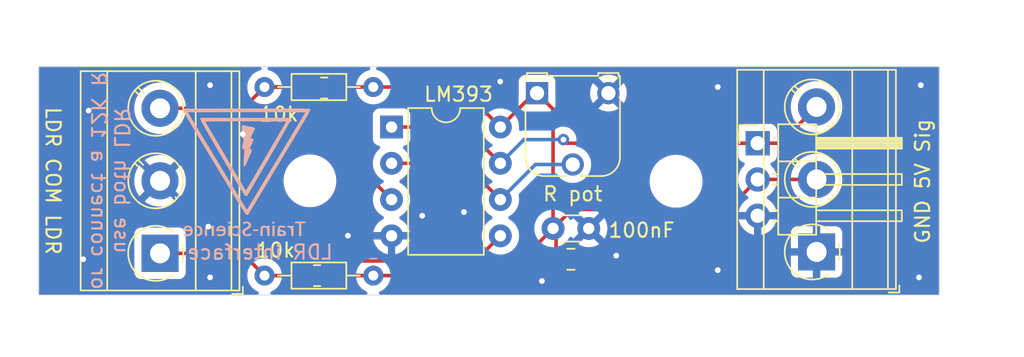
<source format=kicad_pcb>
(kicad_pcb (version 20221018) (generator pcbnew)
  (layers (0 "F.Cu" signal) (31 "B.Cu" signal) (34 "B.Paste" user) (35 "F.Paste" user) (36 "B.SilkS" user "B.Silkscreen") (37 "F.SilkS" user "F.Silkscreen") (38 "B.Mask" user) (39 "F.Mask" user) (44 "Edge.Cuts" user))
  (net 0 "")
  (net 1 "GND")
  (net 2 "+5V")
  (net 3 "Net-(J1101-Pad1)")
  (net 4 "Net-(J1101-Pad3)")
  (net 5 "Net-(J1102-Pad1)")
  (net 6 "Net-(RV1101-Pad2)")
  (footprint "MountingHole:MountingHole_3.2mm_M3" (layer "F.Cu") (at 71 81.5)
    (fp_text reference "REF**" hide)
    (fp_text value "MountingHole_3.2mm_M3")
    (pad "" np_thru_hole circle (at 0 0) (size 3.2 3.2) (drill 3.2) (layers "*.Cu" "*.Mask"))
  )
  (footprint "TerminalBlock_MetzConnect:TerminalBlock_MetzConnect_Type073_RT02603HBLU_1x03_P5.08mm_Horizontal" (layer "F.Cu") (at 60.5 86.58 90)
    (fp_text reference "J1101" hide)
    (fp_text value "LDR")
    (fp_line (start -2.84 5.06) (end -2.84 5.8) (stroke (width 0.12)) (layer "F.SilkS"))
    (fp_line (start -2.84 5.8) (end -2.34 5.8) (stroke (width 0.12)) (layer "F.SilkS"))
    (fp_line (start -2.6 -5.56) (end -2.6 5.56) (stroke (width 0.12)) (layer "F.SilkS"))
    (fp_line (start -2.6 -5.56) (end 12.76 -5.56) (stroke (width 0.12)) (layer "F.SilkS"))
    (fp_line (start -2.6 -3.7) (end 12.76 -3.7) (stroke (width 0.12)) (layer "F.SilkS"))
    (fp_line (start -2.6 2.5) (end 12.76 2.5) (stroke (width 0.12)) (layer "F.SilkS"))
    (fp_line (start -2.6 5) (end 12.76 5) (stroke (width 0.12)) (layer "F.SilkS"))
    (fp_line (start -2.6 5.56) (end 12.76 5.56) (stroke (width 0.12)) (layer "F.SilkS"))
    (fp_line (start 1.229 -1.764) (end 1.013 -1.549) (stroke (width 0.12)) (layer "F.SilkS"))
    (fp_line (start 3.724 0.821) (end 3.617 0.928) (stroke (width 0.12)) (layer "F.SilkS"))
    (fp_line (start 3.933 1.083) (end 3.852 1.164) (stroke (width 0.12)) (layer "F.SilkS"))
    (fp_line (start 6.309 -1.764) (end 5.918 -1.374) (stroke (width 0.12)) (layer "F.SilkS"))
    (fp_line (start 6.544 -1.529) (end 6.194 -1.179) (stroke (width 0.12)) (layer "F.SilkS"))
    (fp_line (start 8.804 0.821) (end 8.697 0.928) (stroke (width 0.12)) (layer "F.SilkS"))
    (fp_line (start 9.013 1.083) (end 8.932 1.164) (stroke (width 0.12)) (layer "F.SilkS"))
    (fp_line (start 11.389 -1.764) (end 10.998 -1.374) (stroke (width 0.12)) (layer "F.SilkS"))
    (fp_line (start 11.624 -1.529) (end 11.274 -1.179) (stroke (width 0.12)) (layer "F.SilkS"))
    (fp_line (start 12.76 -5.56) (end 12.76 5.56) (stroke (width 0.12)) (layer "F.SilkS"))
    (fp_arc (start -1.521645 0.888175) (mid -1.930586 -0.300524) (end -1.521 -1.489) (stroke (width 0.12)) (layer "F.SilkS"))
    (fp_arc (start -1.500317 -1.514609) (mid -0.000252 -2.230344) (end 1.5 -1.515) (stroke (width 0.12)) (layer "F.SilkS"))
    (fp_arc (start 0.033269 1.630336) (mid -0.285785 1.609354) (end -0.597 1.536) (stroke (width 0.12)) (layer "F.SilkS"))
    (fp_arc (start 0.596403 1.535539) (mid 0.301919 1.606238) (end 0 1.63) (stroke (width 0.12)) (layer "F.SilkS"))
    (fp_arc (start 1.521645 -1.488175) (mid 1.930586 -0.299476) (end 1.521 0.889) (stroke (width 0.12)) (layer "F.SilkS"))
    (fp_arc (start 5.08 1.63) (mid 5.08 -2.23) (end 5.08 1.63) (stroke (width 0.12)) (layer "F.SilkS"))
    (fp_arc (start 10.16 1.63) (mid 10.16 -2.23) (end 10.16 1.63) (stroke (width 0.12)) (layer "F.SilkS"))
    (pad "1" thru_hole rect (at 0 0 90) (size 2.6 2.6) (drill 1.4) (layers "*.Cu" "*.Mask") (net 3 "Net-(J1101-Pad1)"))
    (pad "2" thru_hole circle (at 5.08 0 90) (size 2.6 2.6) (drill 1.4) (layers "*.Cu" "*.Mask") (net 1 "GND"))
    (pad "3" thru_hole circle (at 10.16 0 90) (size 2.6 2.6) (drill 1.4) (layers "*.Cu" "*.Mask") (net 4 "Net-(J1101-Pad3)"))
  )
  (footprint "Capacitor_THT:C_Disc_D3.0mm_W1.6mm_P2.50mm" (layer "F.Cu") (at 88.031 84.836)
    (fp_text reference "C" hide)
    (fp_text value "100nF" (at 6.203 0.127) (layer "F.SilkS"))
    (fp_line (start 0.621 -0.92) (end 1.879 -0.92) (stroke (width 0.12)) (layer "F.SilkS"))
    (fp_line (start 0.621 0.92) (end 1.879 0.92) (stroke (width 0.12)) (layer "F.SilkS"))
    (pad "1" thru_hole circle (at 0 0) (size 1.6 1.6) (drill 0.8) (layers "*.Cu" "*.Mask") (net 2 "+5V"))
    (pad "2" thru_hole circle (at 2.5 0) (size 1.6 1.6) (drill 0.8) (layers "*.Cu" "*.Mask") (net 1 "GND"))
  )
  (footprint "MountingHole:MountingHole_3.2mm_M3" (layer "F.Cu") (at 96.647 81.534)
    (fp_text reference "REF**" hide)
    (fp_text value "MountingHole_3.2mm_M3")
    (pad "" np_thru_hole circle (at 0 0) (size 3.2 3.2) (drill 3.2) (layers "F&B.Cu" "*.Mask"))
  )
  (footprint "Connector_PinHeader_2.54mm:PinHeader_1x03_P2.54mm_Horizontal" (layer "F.Cu") (at 102.362 78.867)
    (fp_text reference "J1102" hide)
    (fp_text value "ter")
    (fp_line (start -1.27 -1.27) (end 0 -1.27) (stroke (width 0.12)) (layer "F.SilkS"))
    (fp_line (start -1.27 0) (end -1.27 -1.27) (stroke (width 0.12)) (layer "F.SilkS"))
    (fp_line (start 1.042929 2.16) (end 1.44 2.16) (stroke (width 0.12)) (layer "F.SilkS"))
    (fp_line (start 1.042929 2.92) (end 1.44 2.92) (stroke (width 0.12)) (layer "F.SilkS"))
    (fp_line (start 1.042929 4.7) (end 1.44 4.7) (stroke (width 0.12)) (layer "F.SilkS"))
    (fp_line (start 1.042929 5.46) (end 1.44 5.46) (stroke (width 0.12)) (layer "F.SilkS"))
    (fp_line (start 1.11 -0.38) (end 1.44 -0.38) (stroke (width 0.12)) (layer "F.SilkS"))
    (fp_line (start 1.11 0.38) (end 1.44 0.38) (stroke (width 0.12)) (layer "F.SilkS"))
    (fp_line (start 1.44 -1.33) (end 1.44 6.41) (stroke (width 0.12)) (layer "F.SilkS"))
    (fp_line (start 1.44 1.27) (end 4.1 1.27) (stroke (width 0.12)) (layer "F.SilkS"))
    (fp_line (start 1.44 3.81) (end 4.1 3.81) (stroke (width 0.12)) (layer "F.SilkS"))
    (fp_line (start 1.44 6.41) (end 4.1 6.41) (stroke (width 0.12)) (layer "F.SilkS"))
    (fp_line (start 4.1 -1.33) (end 1.44 -1.33) (stroke (width 0.12)) (layer "F.SilkS"))
    (fp_line (start 4.1 -0.38) (end 10.1 -0.38) (stroke (width 0.12)) (layer "F.SilkS"))
    (fp_line (start 4.1 -0.32) (end 10.1 -0.32) (stroke (width 0.12)) (layer "F.SilkS"))
    (fp_line (start 4.1 -0.2) (end 10.1 -0.2) (stroke (width 0.12)) (layer "F.SilkS"))
    (fp_line (start 4.1 -0.08) (end 10.1 -0.08) (stroke (width 0.12)) (layer "F.SilkS"))
    (fp_line (start 4.1 0.04) (end 10.1 0.04) (stroke (width 0.12)) (layer "F.SilkS"))
    (fp_line (start 4.1 0.16) (end 10.1 0.16) (stroke (width 0.12)) (layer "F.SilkS"))
    (fp_line (start 4.1 0.28) (end 10.1 0.28) (stroke (width 0.12)) (layer "F.SilkS"))
    (fp_line (start 4.1 2.16) (end 10.1 2.16) (stroke (width 0.12)) (layer "F.SilkS"))
    (fp_line (start 4.1 4.7) (end 10.1 4.7) (stroke (width 0.12)) (layer "F.SilkS"))
    (fp_line (start 4.1 6.41) (end 4.1 -1.33) (stroke (width 0.12)) (layer "F.SilkS"))
    (fp_line (start 10.1 -0.38) (end 10.1 0.38) (stroke (width 0.12)) (layer "F.SilkS"))
    (fp_line (start 10.1 0.38) (end 4.1 0.38) (stroke (width 0.12)) (layer "F.SilkS"))
    (fp_line (start 10.1 2.16) (end 10.1 2.92) (stroke (width 0.12)) (layer "F.SilkS"))
    (fp_line (start 10.1 2.92) (end 4.1 2.92) (stroke (width 0.12)) (layer "F.SilkS"))
    (fp_line (start 10.1 4.7) (end 10.1 5.46) (stroke (width 0.12)) (layer "F.SilkS"))
    (fp_line (start 10.1 5.46) (end 4.1 5.46) (stroke (width 0.12)) (layer "F.SilkS"))
    (pad "1" thru_hole rect (at 0 0) (size 1.7 1.7) (drill 1) (layers "*.Cu" "*.Mask") (net 5 "Net-(J1102-Pad1)"))
    (pad "2" thru_hole oval (at 0 2.54) (size 1.7 1.7) (drill 1) (layers "*.Cu" "*.Mask") (net 2 "+5V"))
    (pad "3" thru_hole oval (at 0 5.08) (size 1.7 1.7) (drill 1) (layers "*.Cu" "*.Mask") (net 1 "GND"))
  )
  (footprint "Potentiometer_THT:Potentiometer_Runtron_RM-065_Vertical" (layer "F.Cu") (at 86.908 75.357)
    (fp_text reference "R pot" (at 2.5 7.066) (layer "F.SilkS"))
    (fp_text value "REF")
    (fp_line (start -0.81 -1.21) (end -0.81 -0.96) (stroke (width 0.12)) (layer "F.SilkS"))
    (fp_line (start -0.81 4.5) (end -0.81 0.96) (stroke (width 0.12)) (layer "F.SilkS"))
    (fp_line (start -0.71 -1.41) (end -0.71 -1.21) (stroke (width 0.12)) (layer "F.SilkS"))
    (fp_line (start -0.71 -1.41) (end 0.71 -1.41) (stroke (width 0.12)) (layer "F.SilkS"))
    (fp_line (start -0.71 -1.21) (end -0.81 -1.21) (stroke (width 0.12)) (layer "F.SilkS"))
    (fp_line (start 0.71 -1.21) (end 0.71 -1.41) (stroke (width 0.12)) (layer "F.SilkS"))
    (fp_line (start 0.71 -1.21) (end 4.29 -1.21) (stroke (width 0.12)) (layer "F.SilkS"))
    (fp_line (start 1.99 5.81) (end 0.5 5.81) (stroke (width 0.12)) (layer "F.SilkS"))
    (fp_line (start 4.29 -1.41) (end 5.71 -1.41) (stroke (width 0.12)) (layer "F.SilkS"))
    (fp_line (start 4.29 -1.21) (end 4.29 -1.41) (stroke (width 0.12)) (layer "F.SilkS"))
    (fp_line (start 4.5 5.81) (end 3.01 5.81) (stroke (width 0.12)) (layer "F.SilkS"))
    (fp_line (start 5.71 -1.41) (end 5.71 -1.21) (stroke (width 0.12)) (layer "F.SilkS"))
    (fp_line (start 5.71 -1.21) (end 5.81 -1.21) (stroke (width 0.12)) (layer "F.SilkS"))
    (fp_line (start 5.81 -1.21) (end 5.81 -0.52) (stroke (width 0.12)) (layer "F.SilkS"))
    (fp_line (start 5.81 0.52) (end 5.81 4.5) (stroke (width 0.12)) (layer "F.SilkS"))
    (fp_arc (start 0.5 5.81) (mid -0.42631 5.42631) (end -0.81 4.5) (stroke (width 0.12)) (layer "F.SilkS"))
    (fp_arc (start 5.81 4.5) (mid 5.42631 5.42631) (end 4.5 5.81) (stroke (width 0.12)) (layer "F.SilkS"))
    (pad "1" thru_hole rect (at 0 0) (size 1.56 1.56) (drill 1) (layers "*.Cu" "*.Mask") (net 2 "+5V"))
    (pad "2" thru_hole circle (at 2.5 5) (size 1.56 1.56) (drill 1) (layers "*.Cu" "*.Mask") (net 6 "Net-(RV1101-Pad2)"))
    (pad "3" thru_hole circle (at 5 0) (size 1.56 1.56) (drill 1) (layers "*.Cu" "*.Mask") (net 1 "GND"))
  )
  (footprint "Resistor_THT:R_Axial_DIN0204_L3.6mm_D1.6mm_P7.62mm_Horizontal" (layer "F.Cu") (at 75.438 88.138 180)
    (fp_text reference "R1101" hide)
    (fp_text value "10k" (at 6.858 1.778) (layer "F.SilkS"))
    (fp_line (start 0.94 0) (end 1.89 0) (stroke (width 0.12)) (layer "F.SilkS"))
    (fp_line (start 1.89 -0.92) (end 1.89 0.92) (stroke (width 0.12)) (layer "F.SilkS"))
    (fp_line (start 1.89 0.92) (end 5.73 0.92) (stroke (width 0.12)) (layer "F.SilkS"))
    (fp_line (start 5.73 -0.92) (end 1.89 -0.92) (stroke (width 0.12)) (layer "F.SilkS"))
    (fp_line (start 5.73 0.92) (end 5.73 -0.92) (stroke (width 0.12)) (layer "F.SilkS"))
    (fp_line (start 6.68 0) (end 5.73 0) (stroke (width 0.12)) (layer "F.SilkS"))
    (pad "1" thru_hole circle (at 0 0 180) (size 1.4 1.4) (drill 0.7) (layers "*.Cu" "*.Mask") (net 2 "+5V"))
    (pad "2" thru_hole oval (at 7.62 0 180) (size 1.4 1.4) (drill 0.7) (layers "*.Cu" "*.Mask") (net 3 "Net-(J1101-Pad1)"))
  )
  (footprint "TerminalBlock_MetzConnect:TerminalBlock_MetzConnect_Type073_RT02603HBLU_1x03_P5.08mm_Horizontal" (layer "F.Cu") (at 106.488 86.483 90)
    (fp_text reference "J1103" hide)
    (fp_text value "ter")
    (fp_line (start -2.84 5.06) (end -2.84 5.8) (stroke (width 0.12)) (layer "F.SilkS"))
    (fp_line (start -2.84 5.8) (end -2.34 5.8) (stroke (width 0.12)) (layer "F.SilkS"))
    (fp_line (start -2.6 -5.56) (end -2.6 5.56) (stroke (width 0.12)) (layer "F.SilkS"))
    (fp_line (start -2.6 -5.56) (end 12.76 -5.56) (stroke (width 0.12)) (layer "F.SilkS"))
    (fp_line (start -2.6 -3.7) (end 12.76 -3.7) (stroke (width 0.12)) (layer "F.SilkS"))
    (fp_line (start -2.6 2.5) (end 12.76 2.5) (stroke (width 0.12)) (layer "F.SilkS"))
    (fp_line (start -2.6 5) (end 12.76 5) (stroke (width 0.12)) (layer "F.SilkS"))
    (fp_line (start -2.6 5.56) (end 12.76 5.56) (stroke (width 0.12)) (layer "F.SilkS"))
    (fp_line (start 1.229 -1.764) (end 1.013 -1.549) (stroke (width 0.12)) (layer "F.SilkS"))
    (fp_line (start 3.724 0.821) (end 3.617 0.928) (stroke (width 0.12)) (layer "F.SilkS"))
    (fp_line (start 3.933 1.083) (end 3.852 1.164) (stroke (width 0.12)) (layer "F.SilkS"))
    (fp_line (start 6.309 -1.764) (end 5.918 -1.374) (stroke (width 0.12)) (layer "F.SilkS"))
    (fp_line (start 6.544 -1.529) (end 6.194 -1.179) (stroke (width 0.12)) (layer "F.SilkS"))
    (fp_line (start 8.804 0.821) (end 8.697 0.928) (stroke (width 0.12)) (layer "F.SilkS"))
    (fp_line (start 9.013 1.083) (end 8.932 1.164) (stroke (width 0.12)) (layer "F.SilkS"))
    (fp_line (start 11.389 -1.764) (end 10.998 -1.374) (stroke (width 0.12)) (layer "F.SilkS"))
    (fp_line (start 11.624 -1.529) (end 11.274 -1.179) (stroke (width 0.12)) (layer "F.SilkS"))
    (fp_line (start 12.76 -5.56) (end 12.76 5.56) (stroke (width 0.12)) (layer "F.SilkS"))
    (fp_arc (start -1.521645 0.888175) (mid -1.930586 -0.300524) (end -1.521 -1.489) (stroke (width 0.12)) (layer "F.SilkS"))
    (fp_arc (start -1.500317 -1.514609) (mid -0.000252 -2.230344) (end 1.5 -1.515) (stroke (width 0.12)) (layer "F.SilkS"))
    (fp_arc (start 0.033269 1.630336) (mid -0.285785 1.609354) (end -0.597 1.536) (stroke (width 0.12)) (layer "F.SilkS"))
    (fp_arc (start 0.596403 1.535539) (mid 0.301919 1.606238) (end 0 1.63) (stroke (width 0.12)) (layer "F.SilkS"))
    (fp_arc (start 1.521645 -1.488175) (mid 1.930586 -0.299476) (end 1.521 0.889) (stroke (width 0.12)) (layer "F.SilkS"))
    (fp_arc (start 5.08 1.63) (mid 5.08 -2.23) (end 5.08 1.63) (stroke (width 0.12)) (layer "F.SilkS"))
    (fp_arc (start 10.16 1.63) (mid 10.16 -2.23) (end 10.16 1.63) (stroke (width 0.12)) (layer "F.SilkS"))
    (pad "1" thru_hole rect (at 0 0 90) (size 2.6 2.6) (drill 1.4) (layers "*.Cu" "*.Mask") (net 1 "GND"))
    (pad "2" thru_hole circle (at 5.08 0 90) (size 2.6 2.6) (drill 1.4) (layers "*.Cu" "*.Mask") (net 2 "+5V"))
    (pad "3" thru_hole circle (at 10.16 0 90) (size 2.6 2.6) (drill 1.4) (layers "*.Cu" "*.Mask") (net 5 "Net-(J1102-Pad1)"))
  )
  (footprint "Resistor_THT:R_Axial_DIN0204_L3.6mm_D1.6mm_P7.62mm_Horizontal" (layer "F.Cu") (at 75.438 74.93 180)
    (fp_text reference "R1102" hide)
    (fp_text value "10k" (at 6.604 -1.905) (layer "F.SilkS"))
    (fp_line (start 0.94 0) (end 1.89 0) (stroke (width 0.12)) (layer "F.SilkS"))
    (fp_line (start 1.89 -0.92) (end 1.89 0.92) (stroke (width 0.12)) (layer "F.SilkS"))
    (fp_line (start 1.89 0.92) (end 5.73 0.92) (stroke (width 0.12)) (layer "F.SilkS"))
    (fp_line (start 5.73 -0.92) (end 1.89 -0.92) (stroke (width 0.12)) (layer "F.SilkS"))
    (fp_line (start 5.73 0.92) (end 5.73 -0.92) (stroke (width 0.12)) (layer "F.SilkS"))
    (fp_line (start 6.68 0) (end 5.73 0) (stroke (width 0.12)) (layer "F.SilkS"))
    (pad "1" thru_hole circle (at 0 0 180) (size 1.4 1.4) (drill 0.7) (layers "*.Cu" "*.Mask") (net 2 "+5V"))
    (pad "2" thru_hole oval (at 7.62 0 180) (size 1.4 1.4) (drill 0.7) (layers "*.Cu" "*.Mask") (net 4 "Net-(J1101-Pad3)"))
  )
  (footprint "Resistor_SMD:R_0805_2012Metric_Pad1.20x1.40mm_HandSolder" (layer "F.Cu") (at 71.501 88.138)
    (fp_text reference "REF**" hide)
    (fp_text value "R_0805_2012Metric_Pad1.20x1.40mm_HandSolder")
    (fp_line (start -0.227064 -0.735) (end 0.227064 -0.735) (stroke (width 0.12)) (layer "F.SilkS"))
    (fp_line (start -0.227064 0.735) (end 0.227064 0.735) (stroke (width 0.12)) (layer "F.SilkS"))
    (pad "1" smd roundrect (at -1 0) (size 1.2 1.4) (layers "F.Cu" "F.Paste" "F.Mask") (roundrect_rratio 0.2083333333) (net 3 "Net-(J1101-Pad1)"))
    (pad "2" smd roundrect (at 1 0) (size 1.2 1.4) (layers "F.Cu" "F.Paste" "F.Mask") (roundrect_rratio 0.2083333333) (net 2 "+5V"))
  )
  (footprint "Package_DIP:DIP-8_W7.62mm" (layer "F.Cu") (at 76.718 77.734)
    (fp_text reference "U1101" hide)
    (fp_text value "LM393" (at 4.689 -2.296 unlocked) (layer "F.SilkS"))
    (fp_line (start 1.16 -1.33) (end 1.16 8.95) (stroke (width 0.12)) (layer "F.SilkS"))
    (fp_line (start 1.16 8.95) (end 6.46 8.95) (stroke (width 0.12)) (layer "F.SilkS"))
    (fp_line (start 2.81 -1.33) (end 1.16 -1.33) (stroke (width 0.12)) (layer "F.SilkS"))
    (fp_line (start 6.46 -1.33) (end 4.81 -1.33) (stroke (width 0.12)) (layer "F.SilkS"))
    (fp_line (start 6.46 8.95) (end 6.46 -1.33) (stroke (width 0.12)) (layer "F.SilkS"))
    (fp_arc (start 4.81 -1.33) (mid 3.81 -0.33) (end 2.81 -1.33) (stroke (width 0.12)) (layer "F.SilkS"))
    (pad "1" thru_hole rect (at 0 0) (size 1.6 1.6) (drill 0.8) (layers "*.Cu" "*.Mask") (net 5 "Net-(J1102-Pad1)"))
    (pad "2" thru_hole oval (at 0 2.54) (size 1.6 1.6) (drill 0.8) (layers "*.Cu" "*.Mask") (net 6 "Net-(RV1101-Pad2)"))
    (pad "3" thru_hole oval (at 0 5.08) (size 1.6 1.6) (drill 0.8) (layers "*.Cu" "*.Mask") (net 4 "Net-(J1101-Pad3)"))
    (pad "4" thru_hole oval (at 0 7.62) (size 1.6 1.6) (drill 0.8) (layers "*.Cu" "*.Mask") (net 1 "GND"))
    (pad "5" thru_hole oval (at 7.62 7.62) (size 1.6 1.6) (drill 0.8) (layers "*.Cu" "*.Mask") (net 3 "Net-(J1101-Pad1)"))
    (pad "6" thru_hole oval (at 7.62 5.08) (size 1.6 1.6) (drill 0.8) (layers "*.Cu" "*.Mask") (net 6 "Net-(RV1101-Pad2)"))
    (pad "7" thru_hole oval (at 7.62 2.54) (size 1.6 1.6) (drill 0.8) (layers "*.Cu" "*.Mask") (net 5 "Net-(J1102-Pad1)"))
    (pad "8" thru_hole oval (at 7.62 0) (size 1.6 1.6) (drill 0.8) (layers "*.Cu" "*.Mask") (net 2 "+5V"))
  )
  (footprint "Capacitor_SMD:C_0805_2012Metric_Pad1.18x1.45mm_HandSolder" (layer "F.Cu") (at 89.281 86.995)
    (fp_text reference "REF**" hide)
    (fp_text value "C_0805_2012Metric_Pad1.18x1.45mm_HandSolder")
    (fp_line (start -0.261252 -0.735) (end 0.261252 -0.735) (stroke (width 0.12)) (layer "F.SilkS"))
    (fp_line (start -0.261252 0.735) (end 0.261252 0.735) (stroke (width 0.12)) (layer "F.SilkS"))
    (pad "1" smd roundrect (at -1.0375 0) (size 1.175 1.45) (layers "F.Cu" "F.Paste" "F.Mask") (roundrect_rratio 0.2127659574) (net 2 "+5V"))
    (pad "2" smd roundrect (at 1.0375 0) (size 1.175 1.45) (layers "F.Cu" "F.Paste" "F.Mask") (roundrect_rratio 0.2127659574) (net 1 "GND"))
  )
  (footprint "Resistor_SMD:R_0805_2012Metric_Pad1.20x1.40mm_HandSolder" (layer "F.Cu") (at 72 75)
    (fp_text reference "REF**" hide)
    (fp_text value "R_0805_2012Metric_Pad1.20x1.40mm_HandSolder")
    (fp_line (start -0.227064 -0.735) (end 0.227064 -0.735) (stroke (width 0.12)) (layer "F.SilkS"))
    (fp_line (start -0.227064 0.735) (end 0.227064 0.735) (stroke (width 0.12)) (layer "F.SilkS"))
    (pad "1" smd roundrect (at -1 0) (size 1.2 1.4) (layers "F.Cu" "F.Paste" "F.Mask") (roundrect_rratio 0.2083333333) (net 4 "Net-(J1101-Pad3)"))
    (pad "2" smd roundrect (at 1 0) (size 1.2 1.4) (layers "F.Cu" "F.Paste" "F.Mask") (roundrect_rratio 0.2083333333) (net 2 "+5V"))
  )
  (footprint "kicad_images:Train-Science logo small" (layer "B.Cu") (at 66.5 81 180)
    (fp_text reference "G***" hide)
    (fp_text value "LOGO" hide)
    (fp_poly (pts (xy -1.867174 -4.3782) (xy -2.028137 -4.3782) (xy -2.028137 -3.637769) (xy -1.867174 -3.637769)) (fill solid) (layer "B.SilkS"))
    (fp_poly (pts (xy 1.223321 -4.3782) (xy 1.062357 -4.3782) (xy 1.062357 -3.637769) (xy 1.223321 -3.637769)) (fill solid) (layer "B.SilkS"))
    (fp_poly (pts (xy -1.879051 -3.365565) (xy -1.85507 -3.397528) (xy -1.848957 -3.467248) (xy -1.897497 -3.5033) (xy -1.951794 -3.508999) (xy -2.01104 -3.497959) (xy -2.024208 -3.453786) (xy -2.022328 -3.436565) (xy -1.991057 -3.378361) (xy -1.934811 -3.352714)) (fill solid) (layer "B.SilkS"))
    (fp_poly (pts (xy 1.211443 -3.365565) (xy 1.235424 -3.397528) (xy 1.241537 -3.467248) (xy 1.192998 -3.5033) (xy 1.1387 -3.508999) (xy 1.079454 -3.497959) (xy 1.066286 -3.453786) (xy 1.068167 -3.436565) (xy 1.099438 -3.378361) (xy 1.155683 -3.352714)) (fill solid) (layer "B.SilkS"))
    (fp_poly (pts (xy -0.612737 -3.9006) (xy -0.533283 -3.922266) (xy -0.490713 -3.961014) (xy -0.488845 -3.967744) (xy -0.490951 -3.998166) (xy -0.520453 -4.01526) (xy -0.590351 -4.022672) (xy -0.689781 -4.024081) (xy -0.808268 -4.020841) (xy -0.874379 -4.009353) (xy -0.899883 -3.986965) (xy -0.901394 -3.976406) (xy -0.873403 -3.933919) (xy -0.802697 -3.906845) (xy -0.709175 -3.895599)) (fill solid) (layer "B.SilkS"))
    (fp_poly (pts (xy -3.669632 -3.34866) (xy -3.559722 -3.351709) (xy -3.492918 -3.358945) (xy -3.458582 -3.372129) (xy -3.446076 -3.393024) (xy -3.444613 -3.412421) (xy -3.454092 -3.452657) (xy -3.493451 -3.471683) (xy -3.579073 -3.476782) (xy -3.58948 -3.476806) (xy -3.734347 -3.476806) (xy -3.734347 -4.3782) (xy -3.89531 -4.3782) (xy -3.89531 -3.480334) (xy -4.047936 -3.470522) (xy -4.148526 -3.457408) (xy -4.198923 -3.431105) (xy -4.21126 -3.404373) (xy -4.210399 -3.380588) (xy -4.190335 -3.364589) (xy -4.140901 -3.354863) (xy -4.051928 -3.349892) (xy -3.91325 -3.348161) (xy -3.833286 -3.348036)) (fill solid) (layer "B.SilkS"))
    (fp_poly (pts (xy -3.20706 -3.649174) (xy -3.187072 -3.671095) (xy -3.167366 -3.687977) (xy -3.124803 -3.671095) (xy -3.032476 -3.639196) (xy -2.952967 -3.641074) (xy -2.904379 -3.674259) (xy -2.897338 -3.702155) (xy -2.912873 -3.749633) (xy -2.970283 -3.766013) (xy -2.992091 -3.76654) (xy -3.08017 -3.784752) (xy -3.139695 -3.843818) (xy -3.1741 -3.950385) (xy -3.18682 -4.1111) (xy -3.187072 -4.143919) (xy -3.188151 -4.264488) (xy -3.194538 -4.33444) (xy -3.210963 -4.367539) (xy -3.242154 -4.377549) (xy -3.267554 -4.3782) (xy -3.348035 -4.3782) (xy -3.348035 -3.637769) (xy -3.267554 -3.637769)) (fill solid) (layer "B.SilkS"))
    (fp_poly (pts (xy 3.456146 -3.654371) (xy 3.543105 -3.697368) (xy 3.592791 -3.756548) (xy 3.594178 -3.814197) (xy 3.572895 -3.852981) (xy 3.542199 -3.843557) (xy 3.513841 -3.819211) (xy 3.424501 -3.7745) (xy 3.322943 -3.773442) (xy 3.238538 -3.81626) (xy 3.237661 -3.817129) (xy 3.201357 -3.890078) (xy 3.187495 -3.994878) (xy 3.196074 -4.103032) (xy 3.227095 -4.186043) (xy 3.237661 -4.198841) (xy 3.321639 -4.242246) (xy 3.423161 -4.241772) (xy 3.512857 -4.197642) (xy 3.513841 -4.196759) (xy 3.559116 -4.162129) (xy 3.582547 -4.174932) (xy 3.594178 -4.201773) (xy 3.589623 -4.267108) (xy 3.534669 -4.324764) (xy 3.443265 -4.364981) (xy 3.341993 -4.3782) (xy 3.23693 -4.364144) (xy 3.150524 -4.312169) (xy 3.116435 -4.280323) (xy 3.06227 -4.220957) (xy 3.03476 -4.166703) (xy 3.027277 -4.094215) (xy 3.032787 -3.985733) (xy 3.063239 -3.823108) (xy 3.128926 -3.713042) (xy 3.232557 -3.652527) (xy 3.346264 -3.637769)) (fill solid) (layer "B.SilkS"))
    (fp_poly (pts (xy 0.784156 -3.654371) (xy 0.871115 -3.697368) (xy 0.920801 -3.756548) (xy 0.922188 -3.814197) (xy 0.900905 -3.852981) (xy 0.870209 -3.843557) (xy 0.841851 -3.819211) (xy 0.752511 -3.7745) (xy 0.650954 -3.773442) (xy 0.566548 -3.81626) (xy 0.565671 -3.817129) (xy 0.529974 -3.888454) (xy 0.515171 -3.998249) (xy 0.515082 -4.007985) (xy 0.527932 -4.119813) (xy 0.562192 -4.195116) (xy 0.565671 -4.198841) (xy 0.649649 -4.242246) (xy 0.751171 -4.241772) (xy 0.840868 -4.197642) (xy 0.841851 -4.196759) (xy 0.887126 -4.162129) (xy 0.910558 -4.174932) (xy 0.922188 -4.201773) (xy 0.917633 -4.267108) (xy 0.862679 -4.324764) (xy 0.771275 -4.364981) (xy 0.670003 -4.3782) (xy 0.56494 -4.364144) (xy 0.478534 -4.312169) (xy 0.444446 -4.280323) (xy 0.39028 -4.220957) (xy 0.36277 -4.166703) (xy 0.355287 -4.094215) (xy 0.360798 -3.985733) (xy 0.391249 -3.823108) (xy 0.456936 -3.713042) (xy 0.560567 -3.652527) (xy 0.674274 -3.637769)) (fill solid) (layer "B.SilkS"))
    (fp_poly (pts (xy -2.40532 -3.645768) (xy -2.326525 -3.67613) (xy -2.275297 -3.738404) (xy -2.245189 -3.842138) (xy -2.22975 -3.996881) (xy -2.226439 -4.069661) (xy -2.215488 -4.366149) (xy -2.45432 -4.371021) (xy -2.611055 -4.367821) (xy -2.715337 -4.349617) (xy -2.763052 -4.326932) (xy -2.817997 -4.253657) (xy -2.8318 -4.157537) (xy -2.826579 -4.141434) (xy -2.663371 -4.141434) (xy -2.661178 -4.198977) (xy -2.617211 -4.235887) (xy -2.541587 -4.248708) (xy -2.462907 -4.236034) (xy -2.420887 -4.210799) (xy -2.387663 -4.147033) (xy -2.382256 -4.110009) (xy -2.391113 -4.070273) (xy -2.429399 -4.05887) (xy -2.5002 -4.066989) (xy -2.611613 -4.096669) (xy -2.663371 -4.141434) (xy -2.826579 -4.141434) (xy -2.80241 -4.066887) (xy -2.783578 -4.04369) (xy -2.714915 -4.000608) (xy -2.611053 -3.960717) (xy -2.500848 -3.933723) (xy -2.438593 -3.927683) (xy -2.39073 -3.905832) (xy -2.389171 -3.848663) (xy -2.411779 -3.801951) (xy -2.44845 -3.775964) (xy -2.522247 -3.768689) (xy -2.620538 -3.77548) (xy -2.726931 -3.782973) (xy -2.782746 -3.776184) (xy -2.800575 -3.753278) (xy -2.80076 -3.74925) (xy -2.770723 -3.693209) (xy -2.685633 -3.655257) (xy -2.553023 -3.638364) (xy -2.518132 -3.637769)) (fill solid) (layer "B.SilkS"))
    (fp_poly (pts (xy 0.08045 -3.363771) (xy 0.163476 -3.40824) (xy 0.193154 -3.477335) (xy 0.193156 -3.477939) (xy 0.170182 -3.528914) (xy 0.121334 -3.539789) (xy 0.080482 -3.508999) (xy 0.032611 -3.483439) (xy -0.047363 -3.477888) (xy -0.130866 -3.490818) (xy -0.189325 -3.520703) (xy -0.191874 -3.52355) (xy -0.21804 -3.596183) (xy -0.180966 -3.673245) (xy -0.081544 -3.753443) (xy -0.004028 -3.796699) (xy 0.136108 -3.882305) (xy 0.216714 -3.971193) (xy 0.24249 -4.071135) (xy 0.223825 -4.173564) (xy 0.164082 -4.275535) (xy 0.095495 -4.330471) (xy -0.018443 -4.366535) (xy -0.150995 -4.376193) (xy -0.274362 -4.359597) (xy -0.346956 -4.328086) (xy -0.40363 -4.272052) (xy -0.419312 -4.22251) (xy -0.394108 -4.195068) (xy -0.346071 -4.199064) (xy -0.197064 -4.233359) (xy -0.075009 -4.242002) (xy 0.005829 -4.224264) (xy 0.015788 -4.217493) (xy 0.061853 -4.14537) (xy 0.055341 -4.062595) (xy 0.002818 -3.983964) (xy -0.089151 -3.924271) (xy -0.119083 -3.913566) (xy -0.188092 -3.877866) (xy -0.269912 -3.816568) (xy -0.288095 -3.800264) (xy -0.365715 -3.694707) (xy -0.385703 -3.587357) (xy -0.353625 -3.488715) (xy -0.27505 -3.409279) (xy -0.155545 -3.359551) (xy -0.048289 -3.348036)) (fill solid) (layer "B.SilkS"))
    (fp_poly (pts (xy -1.179743 -3.652213) (xy -1.106639 -3.700519) (xy -1.060135 -3.79015) (xy -1.036075 -3.928568) (xy -1.030165 -4.092808) (xy -1.03083 -4.228722) (xy -1.035174 -4.312734) (xy -1.046716 -4.357328) (xy -1.068976 -4.374987) (xy -1.105476 -4.378194) (xy -1.110646 -4.3782) (xy -1.150723 -4.375415) (xy -1.174641 -4.358257) (xy -1.186568 -4.313522) (xy -1.190674 -4.228007) (xy -1.191128 -4.123292) (xy -1.193501 -3.995739) (xy -1.199781 -3.889366) (xy -1.208712 -3.82384) (xy -1.210669 -3.817462) (xy -1.256725 -3.775444) (xy -1.33462 -3.771399) (xy -1.424149 -3.805399) (xy -1.441506 -3.816654) (xy -1.477783 -3.84892) (xy -1.499291 -3.893461) (xy -1.50977 -3.966262) (xy -1.512958 -4.083304) (xy -1.513054 -4.122485) (xy -1.513927 -4.249664) (xy -1.519311 -4.325642) (xy -1.533355 -4.363601) (xy -1.560209 -4.376724) (xy -1.593536 -4.3782) (xy -1.674018 -4.3782) (xy -1.674018 -4.007985) (xy -1.67363 -3.849262) (xy -1.670933 -3.743962) (xy -1.663621 -3.681124) (xy -1.649392 -3.649787) (xy -1.625943 -3.638988) (xy -1.596219 -3.637769) (xy -1.53075 -3.652507) (xy -1.503665 -3.67801) (xy -1.482168 -3.702107) (xy -1.446255 -3.67801) (xy -1.387205 -3.651219) (xy -1.298048 -3.63805) (xy -1.283604 -3.637769)) (fill solid) (layer "B.SilkS"))
    (fp_poly (pts (xy 1.874086 -3.665419) (xy 1.97554 -3.737669) (xy 2.042702 -3.838471) (xy 2.06033 -3.925027) (xy 2.06033 -4.024081) (xy 1.802788 -4.024081) (xy 1.674253 -4.025517) (xy 1.597198 -4.031892) (xy 1.558746 -4.046313) (xy 1.54602 -4.071882) (xy 1.545247 -4.086167) (xy 1.568914 -4.17496) (xy 1.641552 -4.227168) (xy 1.76562 -4.244072) (xy 1.841189 -4.240295) (xy 1.949653 -4.233706) (xy 2.007504 -4.2403) (xy 2.027535 -4.262067) (xy 2.028137 -4.269376) (xy 1.999657 -4.321331) (xy 1.925454 -4.357024) (xy 1.822384 -4.375338) (xy 1.707304 -4.375154) (xy 1.597069 -4.355354) (xy 1.508536 -4.31482) (xy 1.495586 -4.304705) (xy 1.430456 -4.223779) (xy 1.397139 -4.110586) (xy 1.393087 -4.07989) (xy 1.397067 -3.908) (xy 1.412373 -3.869557) (xy 1.545247 -3.869557) (xy 1.574363 -3.883662) (xy 1.649466 -3.893017) (xy 1.722307 -3.895311) (xy 1.819283 -3.891076) (xy 1.883595 -3.880152) (xy 1.899366 -3.869557) (xy 1.87055 -3.814477) (xy 1.797044 -3.776712) (xy 1.722307 -3.76654) (xy 1.627639 -3.783306) (xy 1.562731 -3.826073) (xy 1.545247 -3.869557) (xy 1.412373 -3.869557) (xy 1.449928 -3.775233) (xy 1.548716 -3.685192) (xy 1.690478 -3.641482) (xy 1.755377 -3.637769)) (fill solid) (layer "B.SilkS"))
    (fp_poly (pts (xy 2.715567 -3.652213) (xy 2.788671 -3.700519) (xy 2.835175 -3.79015) (xy 2.859236 -3.928568) (xy 2.865146 -4.092808) (xy 2.86448 -4.228722) (xy 2.860137 -4.312734) (xy 2.848595 -4.357328) (xy 2.826334 -4.374987) (xy 2.789834 -4.378194) (xy 2.784664 -4.3782) (xy 2.744587 -4.375415) (xy 2.72067 -4.358257) (xy 2.708742 -4.313522) (xy 2.704637 -4.228007) (xy 2.704183 -4.123292) (xy 2.70181 -3.995739) (xy 2.69553 -3.889366) (xy 2.686599 -3.82384) (xy 2.684642 -3.817462) (xy 2.638586 -3.775444) (xy 2.56069 -3.771399) (xy 2.471162 -3.805399) (xy 2.453804 -3.816654) (xy 2.417528 -3.84892) (xy 2.396019 -3.893461) (xy 2.385541 -3.966262) (xy 2.382352 -4.083304) (xy 2.382256 -4.122485) (xy 2.381383 -4.249664) (xy 2.375999 -4.325642) (xy 2.361955 -4.363601) (xy 2.335101 -4.376724) (xy 2.301774 -4.3782) (xy 2.221293 -4.3782) (xy 2.221293 -4.007985) (xy 2.22168 -3.849262) (xy 2.224378 -3.743962) (xy 2.231689 -3.681124) (xy 2.245918 -3.649787) (xy 2.269368 -3.638988) (xy 2.299092 -3.637769) (xy 2.364561 -3.652507) (xy 2.391646 -3.67801) (xy 2.413142 -3.702107) (xy 2.449056 -3.67801) (xy 2.508105 -3.651219) (xy 2.597263 -3.63805) (xy 2.611707 -3.637769)) (fill solid) (layer "B.SilkS"))
    (fp_poly (pts (xy 4.191957 -3.665419) (xy 4.293411 -3.737669) (xy 4.360573 -3.838471) (xy 4.3782 -3.925027) (xy 4.3782 -4.024081) (xy 4.120659 -4.024081) (xy 3.992123 -4.025517) (xy 3.915069 -4.031892) (xy 3.876617 -4.046313) (xy 3.86389 -4.071882) (xy 3.863118 -4.086167) (xy 3.886785 -4.17496) (xy 3.959423 -4.227168) (xy 4.083491 -4.244072) (xy 4.15906 -4.240295) (xy 4.267524 -4.233706) (xy 4.325375 -4.2403) (xy 4.345405 -4.262067) (xy 4.346008 -4.269376) (xy 4.317527 -4.321331) (xy 4.243324 -4.357024) (xy 4.140255 -4.375338) (xy 4.025174 -4.375154) (xy 3.91494 -4.355354) (xy 3.826407 -4.31482) (xy 3.813457 -4.304705) (xy 3.748327 -4.223779) (xy 3.71501 -4.110586) (xy 3.710957 -4.07989) (xy 3.714938 -3.908) (xy 3.730244 -3.869557) (xy 3.863118 -3.869557) (xy 3.892233 -3.883662) (xy 3.967337 -3.893017) (xy 4.040178 -3.895311) (xy 4.137154 -3.891076) (xy 4.201466 -3.880152) (xy 4.217237 -3.869557) (xy 4.188421 -3.814477) (xy 4.114915 -3.776712) (xy 4.040178 -3.76654) (xy 3.945509 -3.783306) (xy 3.880602 -3.826073) (xy 3.863118 -3.869557) (xy 3.730244 -3.869557) (xy 3.767799 -3.775233) (xy 3.866587 -3.685192) (xy 4.008349 -3.641482) (xy 4.073248 -3.637769)) (fill solid) (layer "B.SilkS"))
    (fp_poly (pts (xy 0.250482 3.398018) (xy 0.258312 3.360431) (xy 0.266207 3.271171) (xy 0.273323 3.142944) (xy 0.278815 2.988455) (xy 0.279494 2.961822) (xy 0.283147 2.79102) (xy 0.28333 2.672993) (xy 0.27842 2.596159) (xy 0.266793 2.548934) (xy 0.246824 2.519735) (xy 0.216889 2.496979) (xy 0.214047 2.495112) (xy 0.177374 2.463714) (xy 0.157846 2.420729) (xy 0.155167 2.353836) (xy 0.169042 2.250716) (xy 0.199173 2.099046) (xy 0.20399 2.076426) (xy 0.234196 1.927607) (xy 0.248081 1.829473) (xy 0.244797 1.770209) (xy 0.223496 1.738003) (xy 0.183328 1.721039) (xy 0.178383 1.719762) (xy 0.093995 1.698582) (xy 0.113104 1.340229) (xy 0.122361 1.168329) (xy 0.13182 0.9955) (xy 0.140114 0.846597) (xy 0.144094 0.776804) (xy 0.147732 0.616402) (xy 0.136399 0.518612) (xy 0.110043 0.48341) (xy 0.068612 0.510774) (xy 0.012053 0.600683) (xy -0.036281 0.70019) (xy -0.094889 0.829583) (xy -0.151819 0.955614) (xy -0.192615 1.046261) (xy -0.235959 1.142058) (xy -0.293724 1.268625) (xy -0.352412 1.396402) (xy -0.410483 1.535855) (xy -0.432862 1.630868) (xy -0.419591 1.690556) (xy -0.370712 1.724039) (xy -0.353957 1.729118) (xy -0.302087 1.746117) (xy -0.289734 1.754248) (xy -0.301976 1.787815) (xy -0.333966 1.863803) (xy -0.378601 1.966115) (xy -0.428778 2.078653) (xy -0.477393 2.185319) (xy -0.517132 2.269582) (xy -0.553917 2.350924) (xy -0.561542 2.396199) (xy -0.540994 2.426228) (xy -0.525165 2.438593) (xy -0.452176 2.472508) (xy -0.412351 2.478834) (xy -0.36338 2.484926) (xy -0.354119 2.492061) (xy -0.366789 2.526986) (xy -0.400137 2.60474) (xy -0.447168 2.710013) (xy -0.500888 2.827498) (xy -0.554304 2.941887) (xy -0.600421 3.037873) (xy -0.630486 3.096942) (xy -0.659596 3.160107) (xy -0.65177 3.193594) (xy -0.620583 3.213855) (xy -0.53333 3.246777) (xy -0.395236 3.27925) (xy -0.273637 3.301207) (xy -0.190498 3.31751) (xy -0.07335 3.34338) (xy 0.027233 3.367139) (xy 0.134416 3.389945) (xy 0.215087 3.40089)) (fill solid) (layer "B.SilkS"))
    (fp_poly (pts (xy 3.179239 3.830925) (xy 3.169077 3.796052) (xy 3.134748 3.721875) (xy 3.075339 3.60678) (xy 2.989941 3.449155) (xy 2.877641 3.24739) (xy 2.737526 2.999872) (xy 2.568687 2.704989) (xy 2.370211 2.361128) (xy 2.141187 1.966679) (xy 1.880703 1.52003) (xy 1.631778 1.09455) (xy 1.368647 0.645596) (xy 1.135907 0.249143) (xy 0.93161 -0.097982) (xy 0.753807 -0.398953) (xy 0.60055 -0.656942) (xy 0.469891 -0.875124) (xy 0.359881 -1.05667) (xy 0.268572 -1.204755) (xy 0.194014 -1.322552) (xy 0.134261 -1.413233) (xy 0.087362 -1.479973) (xy 0.051371 -1.525943) (xy 0.024337 -1.554318) (xy 0.004314 -1.568271) (xy -0.004969 -1.571019) (xy -0.078828 -1.563333) (xy -0.118283 -1.538827) (xy -0.138767 -1.505458) (xy -0.189191 -1.420294) (xy -0.267262 -1.287274) (xy -0.370688 -1.110339) (xy -0.497173 -0.893428) (xy -0.644426 -0.640482) (xy -0.810153 -0.355441) (xy -0.99206 -0.042244) (xy -1.187855 0.295169) (xy -1.395243 0.652857) (xy -1.611932 1.02688) (xy -1.660439 1.110646) (xy -1.943382 1.600038) (xy -2.194371 2.035755) (xy -2.414343 2.419476) (xy -2.604234 2.752877) (xy -2.764981 3.037634) (xy -2.89752 3.275425) (xy -3.002787 3.467927) (xy -3.081719 3.616816) (xy -3.100264 3.653866) (xy -2.831057 3.653866) (xy -1.427803 1.229825) (xy -1.217976 0.867944) (xy -1.017222 0.522838) (xy -0.827885 0.198474) (xy -0.652308 -0.101185) (xy -0.492836 -0.372174) (xy -0.351814 -0.61053) (xy -0.231586 -0.812287) (xy -0.134496 -0.973481) (xy -0.062889 -1.090149) (xy -0.019109 -1.158326) (xy -0.005551 -1.175218) (xy 0.013203 -1.145197) (xy 0.062076 -1.063637) (xy 0.138687 -0.934577) (xy 0.240658 -0.762061) (xy 0.365609 -0.55013) (xy 0.511161 -0.302826) (xy 0.674935 -0.02419) (xy 0.854552 0.281735) (xy 1.047632 0.610908) (xy 1.251797 0.959287) (xy 1.421346 1.248823) (xy 2.829247 3.653866) (xy 1.414623 3.662249) (xy 1.04211 3.663984) (xy 0.624153 3.665121) (xy 0.179691 3.665659) (xy -0.272337 3.665598) (xy -0.712992 3.664938) (xy -1.123334 3.663678) (xy -1.415529 3.662249) (xy -2.831057 3.653866) (xy -3.100264 3.653866) (xy -3.135253 3.723769) (xy -3.164325 3.790463) (xy -3.17064 3.814829) (xy -3.170976 3.911407) (xy 3.170976 3.911407)) (fill solid) (layer "B.SilkS"))
    (fp_poly (pts (xy -2.177236 4.566716) (xy -1.724771 4.566214) (xy -1.217326 4.565463) (xy -0.651718 4.564501) (xy -0.055144 4.563421) (xy 4.394297 4.55526) (xy 4.402412 4.474778) (xy 4.392766 4.444092) (xy 4.360546 4.377472) (xy 4.304831 4.273357) (xy 4.224701 4.130187) (xy 4.119236 3.9464) (xy 3.987517 3.720436) (xy 3.828623 3.450735) (xy 3.641634 3.135735) (xy 3.425631 2.773875) (xy 3.179692 2.363596) (xy 2.902899 1.903335) (xy 2.594331 1.391532) (xy 2.253068 0.826627) (xy 2.210681 0.756527) (xy 1.892208 0.230049) (xy 1.605234 -0.243951) (xy 1.348069 -0.66817) (xy 1.119028 -1.045302) (xy 0.916421 -1.378044) (xy 0.738561 -1.669091) (xy 0.583761 -1.921141) (xy 0.450332 -2.136888) (xy 0.336586 -2.319029) (xy 0.240836 -2.470259) (xy 0.161394 -2.593274) (xy 0.096573 -2.690771) (xy 0.044683 -2.765444) (xy 0.004038 -2.819991) (xy -0.02705 -2.857107) (xy -0.05027 -2.879488) (xy -0.067308 -2.88983) (xy -0.073048 -2.891234) (xy -0.156237 -2.877194) (xy -0.204854 -2.826849) (xy -0.227047 -2.790521) (xy -0.280348 -2.702298) (xy -0.362758 -2.565508) (xy -0.47228 -2.383476) (xy -0.606914 -2.159531) (xy -0.764662 -1.897) (xy -0.943527 -1.599208) (xy -1.141509 -1.269484) (xy -1.356611 -0.911155) (xy -1.586834 -0.527547) (xy -1.830181 -0.121988) (xy -2.084652 0.302196) (xy -2.348249 0.741676) (xy -2.411808 0.847656) (xy -2.72913 1.377004) (xy -3.014693 1.853894) (xy -3.270035 2.280976) (xy -3.496692 2.660897) (xy -3.696204 2.996307) (xy -3.870107 3.289854) (xy -4.01994 3.544188) (xy -4.147239 3.761957) (xy -4.253544 3.94581) (xy -4.340391 4.098397) (xy -4.409319 4.222366) (xy -4.449721 4.297718) (xy -4.178624 4.297718) (xy -0.08088 -2.532058) (xy 0.192957 -2.079549) (xy 0.247331 -1.989669) (xy 0.332405 -1.84901) (xy 0.445566 -1.661887) (xy 0.584205 -1.43262) (xy 0.74571 -1.165527) (xy 0.92747 -0.864926) (xy 1.126875 -0.535135) (xy 1.341313 -0.180472) (xy 1.568173 0.194744) (xy 1.804844 0.586196) (xy 2.048716 0.989564) (xy 2.257763 1.33534) (xy 4.048733 4.297718) (xy 1.992174 4.306003) (xy 1.548356 4.307468) (xy 1.05587 4.308526) (xy 0.530432 4.309176) (xy -0.012241 4.309419) (xy -0.556433 4.309254) (xy -1.086428 4.308682) (xy -1.58651 4.307702) (xy -2.040962 4.306315) (xy -2.121505 4.306003) (xy -4.178624 4.297718) (xy -4.449721 4.297718) (xy -4.461864 4.320365) (xy -4.499566 4.395045) (xy -4.523961 4.449053) (xy -4.536588 4.485039) (xy -4.538984 4.505651) (xy -4.537712 4.509683) (xy -4.531875 4.518362) (xy -4.522005 4.526181) (xy -4.504918 4.533179) (xy -4.47743 4.539392) (xy -4.436357 4.54486) (xy -4.378514 4.549621) (xy -4.300717 4.553712) (xy -4.199782 4.557172) (xy -4.072525 4.560039) (xy -3.915762 4.562352) (xy -3.726308 4.564148) (xy -3.50098 4.565466) (xy -3.236592 4.566343) (xy -2.929962 4.566818) (xy -2.577905 4.56693)) (fill solid) (layer "B.SilkS"))
  )
  (gr_rect (start 52 73.5) (end 115.087 89.5) (stroke (width 0.05)) (fill none) (layer "Edge.Cuts"))
  (gr_text "LDR interface" (at 67.5 86.5) (layer "B.SilkS") (effects (font (size 1 1)) (justify mirror)))
  (gr_text "use both LDR\nor connect a 12K R" (at 57 81.5 -90) (layer "B.SilkS") (effects (font (size 1 1)) (justify mirror)))
  (gr_text "LDR COM LDR" (at 53 81.5 270) (layer "F.SilkS") (effects (font (size 1 1))))
  (gr_text "GND 5V Sig" (at 113.919 81.534 90) (layer "F.SilkS") (effects (font (size 1 1))))
  (via (at 55.499 76.581) (size 0.8) (drill 0.4) (layers "F.Cu" "B.Cu") (net 1))
  (via (at 63.881 84.709) (size 0.8) (drill 0.4) (layers "F.Cu" "B.Cu") (net 1))
  (via (at 64.008 74.803) (size 0.8) (drill 0.4) (layers "F.Cu" "B.Cu") (net 1))
  (via (at 81.788 83.693) (size 0.8) (drill 0.4) (layers "F.Cu" "B.Cu") (net 1))
  (via (at 113.792 74.803) (size 0.8) (drill 0.4) (layers "F.Cu" "B.Cu") (net 1))
  (via (at 99.568 74.93) (size 0.8) (drill 0.4) (layers "F.Cu" "B.Cu") (net 1))
  (via (at 64.008 88.265) (size 0.8) (drill 0.4) (layers "F.Cu" "B.Cu") (net 1))
  (via (at 78.867 83.947) (size 0.8) (drill 0.4) (layers "F.Cu" "B.Cu") (net 1))
  (via (at 73.66 85.344) (size 0.8) (drill 0.4) (layers "F.Cu" "B.Cu") (net 1))
  (via (at 113.665 88.265) (size 0.8) (drill 0.4) (layers "F.Cu" "B.Cu") (net 1))
  (via (at 55.118 86.995) (size 0.8) (drill 0.4) (layers "F.Cu" "B.Cu") (net 1))
  (via (at 84.328 74.549) (size 0.8) (drill 0.4) (layers "F.Cu" "B.Cu") (net 1))
  (via (at 99.568 87.757) (size 0.8) (drill 0.4) (layers "F.Cu" "B.Cu") (net 1))
  (via (at 92.456 86.741) (size 0.8) (drill 0.4) (layers "F.Cu" "B.Cu") (net 1))
  (via (at 66.294 78.232) (size 0.8) (drill 0.4) (layers "F.Cu" "B.Cu") (net 1))
  (via (at 87.249 88.519) (size 0.8) (drill 0.4) (layers "F.Cu" "B.Cu") (net 1))
  (segment (start 102.366 81.403) (end 102.362 81.407) (width 0.25) (layer "F.Cu") (net 2))
  (segment (start 88.031 76.48) (end 86.908 75.357) (width 0.25) (layer "F.Cu") (net 2))
  (segment (start 100.26 83.509) (end 89.358 83.509) (width 0.25) (layer "F.Cu") (net 2))
  (segment (start 84.338 77.734) (end 86.715 75.357) (width 0.25) (layer "F.Cu") (net 2))
  (segment (start 106.488 81.403) (end 102.366 81.403) (width 0.25) (layer "F.Cu") (net 2))
  (segment (start 81.534 74.93) (end 84.338 77.734) (width 0.25) (layer "F.Cu") (net 2))
  (segment (start 89.358 83.509) (end 88.031 84.836) (width 0.25) (layer "F.Cu") (net 2))
  (segment (start 86.715 75.357) (end 86.908 75.357) (width 0.25) (layer "F.Cu") (net 2))
  (segment (start 75.438 88.138) (end 72.501 88.138) (width 0.25) (layer "F.Cu") (net 2))
  (segment (start 102.362 81.407) (end 100.26 83.509) (width 0.25) (layer "F.Cu") (net 2))
  (segment (start 75.438 88.138) (end 84.729 88.138) (width 0.25) (layer "F.Cu") (net 2))
  (segment (start 75.438 74.93) (end 73.07 74.93) (width 0.25) (layer "F.Cu") (net 2))
  (segment (start 73.07 74.93) (end 73 75) (width 0.25) (layer "F.Cu") (net 2))
  (segment (start 88.2435 86.995) (end 88.2435 85.0485) (width 0.25) (layer "F.Cu") (net 2))
  (segment (start 75.438 74.93) (end 81.534 74.93) (width 0.25) (layer "F.Cu") (net 2))
  (segment (start 84.729 88.138) (end 88.031 84.836) (width 0.25) (layer "F.Cu") (net 2))
  (segment (start 88.031 84.836) (end 88.031 76.48) (width 0.25) (layer "F.Cu") (net 2))
  (segment (start 88.2435 85.0485) (end 88.031 84.836) (width 0.25) (layer "F.Cu") (net 2))
  (segment (start 82.579 87.113) (end 84.338 85.354) (width 0.25) (layer "F.Cu") (net 3))
  (segment (start 70.501 88.138) (end 70.603 88.138) (width 0.25) (layer "F.Cu") (net 3))
  (segment (start 70.603 88.138) (end 71.628 87.113) (width 0.25) (layer "F.Cu") (net 3))
  (segment (start 70.501 88.138) (end 67.818 88.138) (width 0.25) (layer "F.Cu") (net 3))
  (segment (start 66.26 86.58) (end 67.818 88.138) (width 0.25) (layer "F.Cu") (net 3))
  (segment (start 71.628 87.113) (end 82.579 87.113) (width 0.25) (layer "F.Cu") (net 3))
  (segment (start 60.5 86.58) (end 66.26 86.58) (width 0.25) (layer "F.Cu") (net 3))
  (segment (start 71 75) (end 71 77.096) (width 0.25) (layer "F.Cu") (net 4))
  (segment (start 66.328 76.42) (end 67.818 74.93) (width 0.25) (layer "F.Cu") (net 4))
  (segment (start 71 77.096) (end 71.452 77.548) (width 0.25) (layer "F.Cu") (net 4))
  (segment (start 71 75) (end 70.93 74.93) (width 0.25) (layer "F.Cu") (net 4))
  (segment (start 67.818 74.93) (end 68.834 74.93) (width 0.25) (layer "F.Cu") (net 4))
  (segment (start 70.93 74.93) (end 67.818 74.93) (width 0.25) (layer "F.Cu") (net 4))
  (segment (start 71.452 77.548) (end 76.718 82.814) (width 0.25) (layer "F.Cu") (net 4))
  (segment (start 60.5 76.42) (end 66.328 76.42) (width 0.25) (layer "F.Cu") (net 4))
  (segment (start 88.7555 78.613) (end 89.0095 78.867) (width 0.25) (layer "F.Cu") (net 5))
  (segment (start 76.718 77.734) (end 81.798 77.734) (width 0.25) (layer "F.Cu") (net 5))
  (segment (start 81.798 77.734) (end 84.338 80.274) (width 0.25) (layer "F.Cu") (net 5))
  (segment (start 106.488 76.323) (end 103.944 78.867) (width 0.25) (layer "F.Cu") (net 5))
  (segment (start 89.0095 78.867) (end 102.362 78.867) (width 0.25) (layer "F.Cu") (net 5))
  (segment (start 103.944 78.867) (end 102.362 78.867) (width 0.25) (layer "F.Cu") (net 5))
  (via (at 88.7555 78.613) (size 0.8) (drill 0.4) (layers "F.Cu" "B.Cu") (net 5))
  (segment (start 85.999 78.613) (end 88.7555 78.613) (width 0.25) (layer "B.Cu") (net 5))
  (segment (start 84.338 80.274) (end 85.999 78.613) (width 0.25) (layer "B.Cu") (net 5))
  (segment (start 76.718 80.274) (end 81.798 80.274) (width 0.25) (layer "F.Cu") (net 6))
  (segment (start 81.798 80.274) (end 84.338 82.814) (width 0.25) (layer "F.Cu") (net 6))
  (segment (start 89.408 80.357) (end 86.795 80.357) (width 0.25) (layer "B.Cu") (net 6))
  (segment (start 86.795 80.357) (end 84.338 82.814) (width 0.25) (layer "B.Cu") (net 6))
  (zone (net 1) (net_name "GND") (layers "F&B.Cu") (connect_pads (clearance 0.508)) (min_thickness 0.254) (fill yes (thermal_gap 0.508) (thermal_bridge_width 0.508))
    (polygon (pts (xy 121.024 93.842) (xy 49.29 93.334) (xy 49.29 68.834) (xy 121.024 69.342)))
  )
)
</source>
